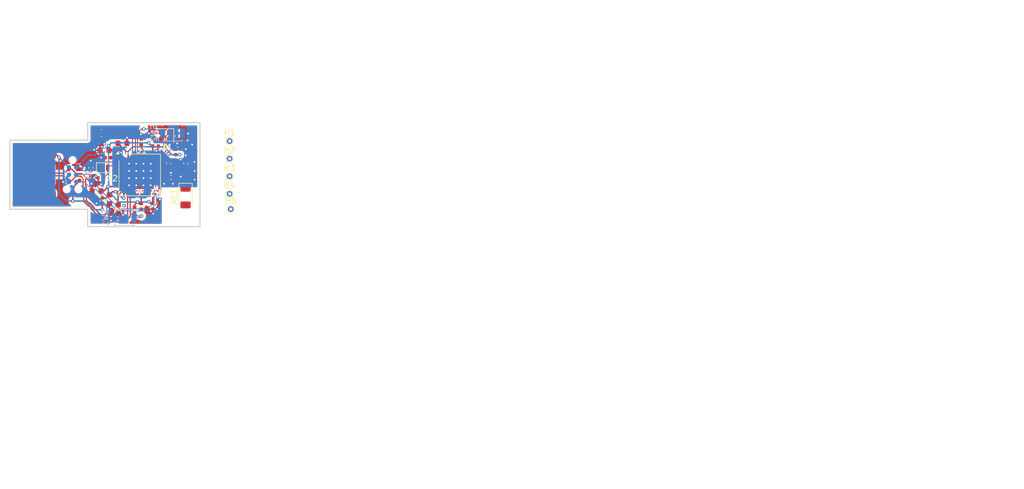
<source format=kicad_pcb>
(kicad_pcb (version 20241229) (generator "pcbnew") (generator_version "9.0")
  (layers (0 "F.Cu" signal) (4 "In1.Cu" power) (6 "In2.Cu" power) (2 "B.Cu" signal) (13 "F.Paste" user) (15 "B.Paste" user) (5 "F.SilkS" user "F.Silkscreen") (7 "B.SilkS" user "B.Silkscreen") (1 "F.Mask" user) (3 "B.Mask" user) (25 "Edge.Cuts" user))
  (net 0 "")
  (net 1 "/XC1")
  (net 2 "GND")
  (net 3 "/XC2")
  (net 4 "/DEC1")
  (net 5 "VEXT")
  (net 6 "/DEC5")
  (net 7 "/DEC4_6")
  (net 8 "/DEC3")
  (net 9 "/DEC2")
  (net 10 "/XL1")
  (net 11 "/XL2")
  (net 12 "/VBUS_nRF")
  (net 13 "/DECUSB")
  (net 14 "RESET")
  (net 15 "VBUS")
  (net 16 "Net-(D2-K)")
  (net 17 "LED_1")
  (net 18 "Net-(D3-K)")
  (net 19 "LED_2")
  (net 20 "SWDIO")
  (net 21 "SWDCLK")
  (net 22 "BTN_1")
  (net 68 "D+")
  (net 69 "D-")
  (net 70 "/ANT")
  (net 71 "/RF")
  (footprint "Capacitor_SMD:C_0402_1005Metric" (layer "F.Cu") (at 33.5 46.225 -90)
    (property "Reference" "C17" (hide yes))
    (property "Value" "12pF" (hide yes))
  )
  (footprint "TestPoint:TestPoint_THTPad_D1.0mm_Drill0.5mm" (layer "F.Cu") (at 57.6 50.75)
    (property "Reference" "H4")
    (property "Value" "SWDCLK")
  )
  (footprint "Capacitor_SMD:C_0402_1005Metric" (layer "F.Cu") (at 44.25 52.925 90)
    (property "Reference" "C8" (hide yes))
    (property "Value" "100nF" (hide yes))
  )
  (footprint "Resistor_SMD:R_0201_0603Metric" (layer "F.Cu") (at 34.68 39.6)
    (property "Reference" "R3" (hide yes))
    (property "Value" "56" (hide yes))
  )
  (footprint "Capacitor_SMD:C_0603_1608Metric" (layer "F.Cu") (at 36.75 51.7 90)
    (property "Reference" "C19" (hide yes))
    (property "Value" "4.7µF" (hide yes))
  )
  (footprint "Capacitor_SMD:C_0402_1005Metric" (layer "F.Cu") (at 50 45.475 -90)
    (property "Reference" "C4" (hide yes))
    (property "Value" "0.5pF" (hide yes))
  )
  (footprint "Capacitor_SMD:C_0402_1005Metric" (layer "F.Cu") (at 48.6 42.975)
    (property "Reference" "C11" (hide yes))
    (property "Value" "100pF" (hide yes))
  )
  (footprint "Capacitor_SMD:C_0402_1005Metric" (layer "F.Cu") (at 47 45.475 -90)
    (property "Reference" "C3" (hide yes))
    (property "Value" "0.8pF" (hide yes))
  )
  (footprint "Capacitor_SMD:C_0603_1608Metric" (layer "F.Cu") (at 35.9 43.2)
    (property "Reference" "C14" (hide yes))
    (property "Value" "1.0µF" (hide yes))
  )
  (footprint "Capacitor_SMD:C_0402_1005Metric" (layer "F.Cu") (at 36.5 44.475 180)
    (property "Reference" "C5" (hide yes))
    (property "Value" "100nF" (hide yes))
  )
  (footprint "Capacitor_SMD:C_0402_1005Metric" (layer "F.Cu") (at 48.5 40.725 90)
    (property "Reference" "C1" (hide yes))
    (property "Value" "12pF" (hide yes))
  )
  (footprint "Capacitor_SMD:C_0402_1005Metric" (layer "F.Cu") (at 44.5 40.725 90)
    (property "Reference" "C2" (hide yes))
    (property "Value" "12pF" (hide yes))
  )
  (footprint "RF_Antenna:Johanson_2450AT18x100" (layer "F.Cu") (at 49.95 51.225 -90)
    (property "Reference" "AE1")
    (property "Value" "Antenna_Chip")
  )
  (footprint "Capacitor_SMD:C_0603_1608Metric" (layer "F.Cu") (at 38.25 53.45 90)
    (property "Reference" "C20" (hide yes))
    (property "Value" "4.7µF" (hide yes))
  )
  (footprint "Capacitor_SMD:C_0402_1005Metric" (layer "F.Cu") (at 42.25 52.925 90)
    (property "Reference" "C7" (hide yes))
    (property "Value" "100nF" (hide yes))
  )
  (footprint "TestPoint:TestPoint_THTPad_D1.0mm_Drill0.5mm" (layer "F.Cu") (at 57.6 44.65)
    (property "Reference" "H2")
    (property "Value" "VEXT")
  )
  (footprint "TestPoint:TestPoint_THTPad_D1.0mm_Drill0.5mm" (layer "F.Cu") (at 57.8 53.4)
    (property "Reference" "H5")
    (property "Value" "GND")
  )
  (footprint "TestPoint:TestPoint_THTPad_D1.0mm_Drill0.5mm" (layer "F.Cu") (at 57.6 47.7)
    (property "Reference" "H3")
    (property "Value" "SWDIO")
  )
  (footprint "Resistor_SMD:R_0402_1005Metric" (layer "F.Cu") (at 41.1 53.6 -90)
    (property "Reference" "R2" (hide yes))
    (property "Value" "10k" (hide yes))
  )
  (footprint "Package_TO_SOT_SMD:SOT-143" (layer "F.Cu") (at 30.616 47.465 -90)
    (property "Reference" "D1" (hide yes))
    (property "Value" "PRTR5V0U2X" (hide yes))
  )
  (footprint "LED_SMD:LED_0402_1005Metric" (layer "F.Cu") (at 36.455 40.8)
    (property "Reference" "D3" (hide yes))
    (property "Value" "LED" (hide yes))
  )
  (footprint "Package_DFN_QFN:Nordic_AQFN-73-1EP_7x7mm_P0.5mm" (layer "F.Cu") (at 42 47.475)
    (property "Reference" "U1")
    (property "Value" "nRF52840-QIXX")
  )
  (footprint "Crystal:Crystal_SMD_2016-4Pin_2.0x1.6mm" (layer "F.Cu") (at 46.5 40.65 180)
    (property "Reference" "X1")
    (property "Value" "32MHz")
  )
  (footprint "Capacitor_SMD:C_0402_1005Metric" (layer "F.Cu") (at 47.4465 47.8975 180)
    (property "Reference" "C9" (hide yes))
    (property "Value" "820pF" (hide yes))
  )
  (footprint "Resistor_SMD:R_0402_1005Metric" (layer "F.Cu") (at 35.5 52 -90)
    (property "Reference" "R1" (hide yes))
    (property "Value" "2R2" (hide yes))
  )
  (footprint "LED_SMD:LED_0402_1005Metric" (layer "F.Cu") (at 36.48 39.6)
    (property "Reference" "D2" (hide yes))
    (property "Value" "LED" (hide yes))
  )
  (footprint "Capacitor_SMD:C_0402_1005Metric" (layer "F.Cu") (at 44.75 42.475 180)
    (property "Reference" "C12" (hide yes))
    (property "Value" "100nF" (hide yes))
  )
  (footprint "Capacitor_SMD:C_0603_1608Metric" (layer "F.Cu") (at 39 41.975 180)
    (property "Reference" "C15" (hide yes))
    (property "Value" "1.0µF" (hide yes))
  )
  (footprint "Capacitor_SMD:C_0402_1005Metric" (layer "F.Cu") (at 35.25 47.975 180)
    (property "Reference" "C18" (hide yes))
    (property "Value" "12pF" (hide yes))
  )
  (footprint "1_Library:PCB_USB_connector" (layer "F.Cu") (at 23.9465 47.3975)
    (property "Reference" "J1" (hide yes))
    (property "Value" "USB_A" (hide yes))
  )
  (footprint "Crystal:Crystal_SMD_2012-2Pin_2.0x1.2mm" (layer "F.Cu") (at 35.75 46.225)
    (property "Reference" "X2")
    (property "Value" "32.768kHz")
  )
  (footprint "Capacitor_SMD:C_0402_1005Metric" (layer "F.Cu") (at 42.25 41.725 90)
    (property "Reference" "C13" (hide yes))
    (property "Value" "N.C." (hide yes))
  )
  (footprint "Inductor_SMD:L_0402_1005Metric" (layer "F.Cu") (at 48.5 45.975)
    (property "Reference" "L1" (hide yes))
    (property "Value" "4.7nH" (hide yes))
  )
  (footprint "Resistor_SMD:R_0201_0603Metric" (layer "F.Cu") (at 34.68 40.8)
    (property "Reference" "R4" (hide yes))
    (property "Value" "56" (hide yes))
  )
  (footprint "Capacitor_SMD:C_0402_1005Metric" (layer "F.Cu") (at 48.25 44.4375 90)
    (property "Reference" "C10" (hide yes))
    (property "Value" "N.C." (hide yes))
  )
  (footprint "Capacitor_SMD:C_0603_1608Metric" (layer "F.Cu") (at 34.5 50.25)
    (property "Reference" "C6" (hide yes))
    (property "Value" "4.7µF" (hide yes))
  )
  (footprint "TestPoint:TestPoint_THTPad_D1.0mm_Drill0.5mm" (layer "F.Cu") (at 57.6 41.6)
    (property "Reference" "H1")
    (property "Value" "VBUS")
  )
  (footprint "Connector:Tag-Connect_TC2030-IDC-NL_2x03_P1.27mm_Vertical" (layer "B.Cu") (at 30.35 47.425 -90)
    (property "Reference" "J3")
    (property "Value" "TC2030")
  )
  (footprint "Button_Switch_SMD:SW_SPST_B3U-1000P" (layer "B.Cu") (at 39.3 54.9)
    (property "Reference" "SW1")
    (property "Value" "SW_Push")
  )
  (footprint "Button_Switch_SMD:SW_SPST_B3U-1000P" (layer "B.Cu") (at 47.7 40.2 180)
    (property "Reference" "SW2")
    (property "Value" "SW_Push")
  )
  (gr_poly (pts (xy 19.4625 41.4375) (xy 19.4625 53.4375) (xy 32.9625 53.4375) (xy 32.9625 56.4375) (xy 52.4625 56.4375) (xy 52.4625 38.3875) (xy 32.9625 38.3875) (xy 32.9625 41.4375)) (stroke (width 0.2)) (fill no) (layer "Edge.Cuts"))
  (segment (start 47.2 40.1) (end 48.355 40.1) (width 0.15) (layer "F.Cu") (net 1))
  (segment (start 46.524 40.776) (end 47.2 40.1) (width 0.15) (layer "F.Cu") (net 1))
  (segment (start 46.524 43.451) (end 46.524 41.6) (width 0.15) (layer "F.Cu") (net 1))
  (segment (start 46.524 41.6) (end 46.524 40.776) (width 0.15) (layer "F.Cu") (net 1))
  (segment (start 48.355 40.1) (end 48.5 40.245) (width 0.15) (layer "F.Cu") (net 1))
  (segment (start 45.25 44.725) (end 46.524 43.451) (width 0.15) (layer "F.Cu") (net 1))
  (segment (start 32.135 46.465) (end 32.4 46.2) (width 0.25) (layer "F.Cu") (net 2))
  (segment (start 45.9215 46.0735) (end 44.8485 46.0735) (width 0.145) (layer "F.Cu") (net 2))
  (segment (start 39.775 41.975) (end 39.775 41.025) (width 0.25) (layer "F.Cu") (net 2))
  (segment (start 48.9825 44.9175) (end 49.1 44.8) (width 0.145) (layer "F.Cu") (net 2))
  (segment (start 33.725 49.125) (end 33.6 49) (width 0.25) (layer "F.Cu") (net 2))
  (segment (start 34.125 47.975) (end 34.1 47.95) (width 0.25) (layer "F.Cu") (net 2))
  (segment (start 48.25 44.9175) (end 48.9825 44.9175) (width 0.145) (layer "F.Cu") (net 2))
  (segment (start 45.23 42.931827) (end 44.874999 43.286828) (width 0.25) (layer "F.Cu") (net 2))
  (segment (start 44.8485 46.0735) (end 44.75 45.975) (width 0.145) (layer "F.Cu") (net 2))
  (segment (start 45.2 39.5) (end 45.8 40.1) (width 0.25) (layer "F.Cu") (net 2))
  (segment (start 33.5 45.745) (end 33.5 45) (width 0.25) (layer "F.Cu") (net 2))
  (segment (start 35.3 44.475) (end 35.77 44.475) (width 0.25) (layer "F.Cu") (net 2))
  (segment (start 40.5 45.975) (end 42 47.475) (width 0.25) (layer "F.Cu") (net 2))
  (segment (start 31.366 46.465) (end 32.135 46.465) (width 0.25) (layer "F.Cu") (net 2))
  (segment (start 43.604998 40.245) (end 43.599998 40.25) (width 0.25) (layer "F.Cu") (net 2))
  (segment (start 40.5 44.725) (end 40.5 45.975) (width 0.25) (layer "F.Cu") (net 2))
  (segment (start 45.8 40.175) (end 45.675 40.175) (width 0.25) (layer "F.Cu") (net 2))
  (segment (start 47.2 42.25) (end 47.2 42.399) (width 0.25) (layer "F.Cu") (net 2))
  (segment (start 42.25 40.45) (end 42.2 40.4) (width 0.25) (layer "F.Cu") (net 2))
  (segment (start 42.25 41.245) (end 42.25 40.45) (width 0.25) (layer "F.Cu") (net 2))
  (segment (start 47.2 42.25) (end 47.2 41.2) (width 0.25) (layer "F.Cu") (net 2))
  (segment (start 43.5 45.975) (end 42 47.475) (width 0.25) (layer "F.Cu") (net 2))
  (segment (start 39.775 41.025) (end 39.8 41) (width 0.25) (layer "F.Cu") (net 2))
  (segment (start 47 44.995) (end 45.9215 46.0735) (width 0.145) (layer "F.Cu") (net 2))
  (segment (start 45 39.5) (end 45.2 39.5) (width 0.25) (layer "F.Cu") (net 2))
  (segment (start 44.5 40.245) (end 43.604998 40.245) (width 0.25) (layer "F.Cu") (net 2))
  (segment (start 45.23 42.475) (end 45.23 42.931827) (width 0.25) (layer "F.Cu") (net 2))
  (segment (start 34.77 47.975) (end 34.125 47.975) (width 0.25) (layer "F.Cu") (net 2))
  (segment (start 33.725 50.25) (end 33.725 49.125) (width 0.25) (layer "F.Cu") (net 2))
  (segment (start 44.75 45.975) (end 43.5 45.975) (width 0.25) (layer "F.Cu") (net 2))
  (via (at 43.9 45.525) (size 0.6) (drill 0.3) (layers "F.Cu" "B.Cu") (net 2))
  (via (at 45 39.5) (size 0.6) (drill 0.3) (layers "F.Cu" "B.Cu") (net 2))
  (via (at 34.1 47.95) (size 0.6) (drill 0.3) (layers "F.Cu" "B.Cu") (net 2))
  (via (at 35.3 44.475) (size 0.6) (drill 0.3) (layers "F.Cu" "B.Cu") (net 2))
  (via (at 42.65 48.025) (size 0.6) (drill 0.3) (layers "F.Cu" "B.Cu") (net 2))
  (via (at 41.4 49.275) (size 0.6) (drill 0.3) (layers "F.Cu" "B.Cu") (net 2))
  (via (at 44.350002 54.2) (size 0.6) (drill 0.3) (layers "F.Cu" "B.Cu") (net 2))
  (via (at 45.5 51.7) (size 0.6) (drill 0.3) (layers "F.Cu" "B.Cu") (net 2))
  (via (at 49.12175 47.75) (size 0.6) (drill 0.3) (layers "F.Cu" "B.Cu") (net 2))
  (via (at 35.3 49.1) (size 0.6) (drill 0.3) (layers "F.Cu" "B.Cu") (net 2))
  (via (at 51.526001 46.785548) (size 0.6) (drill 0.3) (layers "F.Cu" "B.Cu") (net 2))
  (via (at 41.4 46.775) (size 0.6) (drill 0.3) (layers "F.Cu" "B.Cu") (net 2))
  (via (at 43.9 49.275) (size 0.6) (drill 0.3) (layers "F.Cu" "B.Cu") (net 2))
  (via (at 33.6 49) (size 0.6) (drill 0.3) (layers "F.Cu" "B.Cu") (net 2))
  (via (at 42.65 49.275) (size 0.6) (drill 0.3) (layers "F.Cu" "B.Cu") (net 2))
  (via (at 51.526001 48.285548) (size 0.6) (drill 0.3) (layers "F.Cu" "B.Cu") (net 2))
  (via (at 40.15 46.775) (size 0.6) (drill 0.3) (layers "F.Cu" "B.Cu") (net 2))
  (via (at 47.75 49) (size 0.6) (drill 0.3) (layers "F.Cu" "B.Cu") (net 2))
  (via (at 40.15 45.525) (size 0.6) (drill 0.3) (layers "F.Cu" "B.Cu") (net 2))
  (via (at 36.3 54.5) (size 0.6) (drill 0.3) (layers "F.Cu" "B.Cu") (net 2))
  (via (at 33.5 45) (size 0.6) (drill 0.3) (layers "F.Cu" "B.Cu") (net 2))
  (via (at 51.5 45.2) (size 0.6) (drill 0.3) (layers "F.Cu" "B.Cu") (net 2))
  (via (at 40.15 48.025) (size 0.6) (drill 0.3) (layers "F.Cu" "B.Cu") (net 2))
  (via (at 36.5 53.4) (size 0.6) (drill 0.3) (layers "F.Cu" "B.Cu") (net 2))
  (via (at 47.4 47.1) (size 0.6) (drill 0.3) (layers "F.Cu" "B.Cu") (net 2))
  (via (at 50 44.1) (size 0.6) (drill 0.3) (layers "F.Cu" "B.Cu") (net 2))
  (via (at 38.8 43.6) (size 0.6) (drill 0.3) (layers "F.Cu" "B.Cu") (net 2))
  (via (at 44.874999 43.286828) (size 0.6) (drill 0.3) (layers "F.Cu" "B.Cu") (net 2))
  (via (at 40.15 49.275) (size 0.6) (drill 0.3) (layers "F.Cu" "B.Cu") (net 2))
  (via (at 35.864682 42.084864) (size 0.6) (drill 0.3) (layers "F.Cu" "B.Cu") (net 2))
  (via (at 48.5 42) (size 0.6) (drill 0.3) (layers "F.Cu" "B.Cu") (net 2))
  (via (at 50 43) (size 0.6) (drill 0.3) (layers "F.Cu" "B.Cu") (net 2))
  (via (at 45 53.4) (size 0.6) (drill 0.3) (layers "F.Cu" "B.Cu") (net 2))
  (via (at 32.4 46.2) (size 0.6) (drill 0.3) (layers "F.Cu" "B.Cu") (net 2))
  (via (at 50.4 40.3) (size 0.6) (drill 0.3) (layers "F.Cu" "B.Cu") (net 2))
  (via (at 42.65 46.775) (size 0.6) (drill 0.3) (layers "F.Cu" "B.Cu") (net 2))
  (via (at 34.1 43.1) (size 0.6) (drill 0.3) (layers "F.Cu" "B.Cu") (net 2))
  (via (at 42.65 45.525) (size 0.6) (drill 0.3) (layers "F.Cu" "B.Cu") (net 2))
  (via (at 39.3 52.8) (size 0.6) (drill 0.3) (layers "F.Cu" "B.Cu") (net 2))
  (via (at 43.9 48.025) (size 0.6) (drill 0.3) (layers "F.Cu" "B.Cu") (net 2))
  (via (at 41.4 48.025) (size 0.6) (drill 0.3) (layers "F.Cu" "B.Cu") (net 2))
  (via (at 43.599998 40.25) (size 0.6) (drill 0.3) (layers "F.Cu" "B.Cu") (net 2))
  (via (at 42.2 40.4) (size 0.6) (drill 0.3) (layers "F.Cu" "B.Cu") (net 2))
  (via (at 51.1 42.2) (size 0.6) (drill 0.3) (layers "F.Cu" "B.Cu") (net 2))
  (via (at 43.9 46.775) (size 0.6) (drill 0.3) (layers "F.Cu" "B.Cu") (net 2))
  (via (at 39.100707 54.400707) (size 0.6) (drill 0.3) (layers "F.Cu" "B.Cu") (net 2))
  (via (at 46.25 49) (size 0.6) (drill 0.3) (layers "F.Cu" "B.Cu") (net 2))
  (via (at 41.4 45.525) (size 0.6) (drill 0.3) (layers "F.Cu" "B.Cu") (net 2))
  (via (at 47.2 42.25) (size 0.6) (drill 0.3) (layers "F.Cu" "B.Cu") (net 2))
  (via (at 34.5 52.4) (size 0.6) (drill 0.3) (layers "F.Cu" "B.Cu") (net 2))
  (via (at 50.3 41.5) (size 0.6) (drill 0.3) (layers "F.Cu" "B.Cu") (net 2))
  (via (at 28.7 48.7) (size 0.6) (drill 0.3) (layers "F.Cu" "B.Cu") (net 2))
  (via (at 49.1 44.8) (size 0.6) (drill 0.3) (layers "F.Cu" "B.Cu") (net 2))
  (via (at 39.8 41) (size 0.6) (drill 0.3) (layers "F.Cu" "B.Cu") (net 2))
  (segment (start 49.4 40.6) (end 50.3 41.5) (width 0.145) (layer "B.Cu") (net 2))
  (segment (start 29.715 48.695) (end 28.705 48.695) (width 0.25) (layer "B.Cu") (net 2))
  (segment (start 29.715 47.685) (end 28.7 48.7) (width 0.25) (layer "B.Cu") (net 2))
  (segment (start 29.715 47.425) (end 29.715 47.685) (width 0.25) (layer "B.Cu") (net 2))
  (segment (start 49.4 40.2) (end 49.4 40.6) (width 0.145) (layer "B.Cu") (net 2))
  (segment (start 36.7 54.9) (end 36.3 54.5) (width 0.25) (layer "B.Cu") (net 2))
  (segment (start 28.705 48.695) (end 28.7 48.7) (width 0.25) (layer "B.Cu") (net 2))
  (segment (start 37.6 54.9) (end 36.7 54.9) (width 0.25) (layer "B.Cu") (net 2))
  (segment (start 46.173 41.573) (end 45.8 41.2) (width 0.15) (layer "F.Cu") (net 3))
  (segment (start 45.795 41.205) (end 45.8 41.2) (width 0.15) (layer "F.Cu") (net 3))
  (segment (start 46.173 42) (end 46.173 41.573) (width 0.15) (layer "F.Cu") (net 3))
  (segment (start 44.5 41.205) (end 45.795 41.205) (width 0.15) (layer "F.Cu") (net 3))
  (segment (start 46.173 42.802) (end 46.173 42) (width 0.15) (layer "F.Cu") (net 3))
  (segment (start 44.75 44.225) (end 46.173 42.802) (width 0.15) (layer "F.Cu") (net 3))
  (segment (start 44.57 41.275) (end 44.5 41.205) (width 0.15) (layer "F.Cu") (net 3))
  (segment (start 38.573224 45.225) (end 38.75 45.225) (width 0.25) (layer "F.Cu") (net 4))
  (segment (start 36.98 44.475) (end 37.823224 44.475) (width 0.25) (layer "F.Cu") (net 4))
  (segment (start 37.823224 44.475) (end 38.573224 45.225) (width 0.25) (layer "F.Cu") (net 4))
  (segment (start 41.1 52.674) (end 41.6 52.174) (width 0.25) (layer "F.Cu") (net 5))
  (segment (start 44.25 44.225) (end 44.25 42.495) (width 0.25) (layer "F.Cu") (net 5))
  (segment (start 41.871 52.445) (end 41.6 52.174) (width 0.25) (layer "F.Cu") (net 5))
  (segment (start 42.25 50.725) (end 42.25 52.445) (width 0.25) (layer "F.Cu") (net 5))
  (segment (start 44.25 51.464702) (end 44.25 52.445) (width 0.25) (layer "F.Cu") (net 5))
  (segment (start 38.475 49.5) (end 38.75 49.225) (width 0.25) (layer "F.Cu") (net 5))
  (segment (start 36.525 49.5) (end 38.475 49.5) (width 0.25) (layer "F.Cu") (net 5))
  (segment (start 44.75 50.725) (end 44.75 50.964702) (width 0.25) (layer "F.Cu") (net 5))
  (segment (start 35.775 50.25) (end 36.525 49.5) (width 0.25) (layer "F.Cu") (net 5))
  (segment (start 37.225 43.2) (end 36.675 43.2) (width 0.25) (layer "F.Cu") (net 5))
  (segment (start 44.75 50.964702) (end 44.25 51.464702) (width 0.25) (layer "F.Cu") (net 5))
  (segment (start 41.1 53.09) (end 41.1 52.674) (width 0.25) (layer "F.Cu") (net 5))
  (segment (start 44.25 42.495) (end 44.27 42.475) (width 0.25) (layer "F.Cu") (net 5))
  (segment (start 36.675 42.475) (end 36.6 42.4) (width 0.25) (layer "F.Cu") (net 5))
  (segment (start 43.945 52.445) (end 43.6 52.1) (width 0.25) (layer "F.Cu") (net 5))
  (segment (start 35.275 50.25) (end 35.775 50.25) (width 0.25) (layer "F.Cu") (net 5))
  (segment (start 42.25 52.445) (end 41.871 52.445) (width 0.25) (layer "F.Cu") (net 5))
  (segment (start 43.55 41.9) (end 44.060958 42.475) (width 0.25) (layer "F.Cu") (net 5))
  (segment (start 44.060958 42.475) (end 44.27 42.475) (width 0.25) (layer "F.Cu") (net 5))
  (segment (start 36.675 43.2) (end 36.675 42.475) (width 0.25) (layer "F.Cu") (net 5))
  (segment (start 38.75 44.725) (end 37.225 43.2) (width 0.25) (layer "F.Cu") (net 5))
  (segment (start 44.25 52.445) (end 43.945 52.445) (width 0.25) (layer "F.Cu") (net 5))
  (via (at 43.6 52.1) (size 0.6) (drill 0.3) (layers "F.Cu" "B.Cu") (net 5))
  (via (at 43.55 41.9) (size 0.6) (drill 0.3) (layers "F.Cu" "B.Cu") (net 5))
  (via (at 36.525 49.5) (size 0.6) (drill 0.3) (layers "F.Cu" "B.Cu") (net 5))
  (via (at 41.6 52.174) (size 0.6) (drill 0.3) (layers "F.Cu" "B.Cu") (net 5))
  (via (at 36.6 42.4) (size 0.6) (drill 0.3) (layers "F.Cu" "B.Cu") (net 5))
  (segment (start 43.448 52.1) (end 43.374 52.174) (width 0.25) (layer "B.Cu") (net 5))
  (segment (start 41.6 52.174) (end 41.5 52.174) (width 0.25) (layer "B.Cu") (net 5))
  (segment (start 36.525 49.5) (end 36.525 50.325) (width 0.25) (layer "B.Cu") (net 5))
  (segment (start 43.374 52.174) (end 41.6 52.174) (width 0.25) (layer "B.Cu") (net 5))
  (segment (start 36.525 50.325) (end 38.3 52.1) (width 0.25) (layer "B.Cu") (net 5))
  (segment (start 36.6 42.4) (end 37.1 41.9) (width 0.25) (layer "B.Cu") (net 5))
  (segment (start 43.6 52.1) (end 43.448 52.1) (width 0.25) (layer "B.Cu") (net 5))
  (segment (start 34.25 44) (end 35.5 42.75) (width 0.25) (layer "B.Cu") (net 5))
  (segment (start 36.525 49.5) (end 36.525 49.375) (width 0.25) (layer "B.Cu") (net 5))
  (segment (start 36.525 49.375) (end 36.6 49.3) (width 0.25) (layer "B.Cu") (net 5))
  (segment (start 38.374 52.174) (end 41.6 52.174) (width 0.25) (layer "B.Cu") (net 5))
  (segment (start 36.25 42.75) (end 36.6 42.4) (width 0.25) (layer "B.Cu") (net 5))
  (segment (start 35.5 42.75) (end 36.25 42.75) (width 0.25) (layer "B.Cu") (net 5))
  (segment (start 38.3 52.1) (end 38.374 52.174) (width 0.25) (layer "B.Cu") (net 5))
  (segment (start 30.985 46.155) (end 33.14 44) (width 0.25) (layer "B.Cu") (net 5))
  (segment (start 36.6 49.3) (end 36.6 42.4) (width 0.25) (layer "B.Cu") (net 5))
  (segment (start 37.1 41.9) (end 43.55 41.9) (width 0.25) (layer "B.Cu") (net 5))
  (segment (start 33.14 44) (end 34.25 44) (width 0.25) (layer "B.Cu") (net 5))
  (segment (start 46.1725 47.8975) (end 46 47.725) (width 0.25) (layer "F.Cu") (net 6))
  (segment (start 46.9665 47.8975) (end 46.1725 47.8975) (width 0.25) (layer "F.Cu") (net 6))
  (segment (start 45.25 47.725) (end 46 47.725) (width 0.25) (layer "F.Cu") (net 6))
  (segment (start 48.9425 43.9575) (end 48.95 43.95) (width 0.25) (layer "F.Cu") (net 7))
  (segment (start 45.371342 45.725) (end 47.138842 43.9575) (width 0.145) (layer "F.Cu") (net 7))
  (segment (start 45.25 45.725) (end 45.371342 45.725) (width 0.145) (layer "F.Cu") (net 7))
  (segment (start 39.75 43.65) (end 39.75 43.5) (width 0.25) (layer "F.Cu") (net 7))
  (segment (start 40 43.9) (end 39.75 43.65) (width 0.25) (layer "F.Cu") (net 7))
  (segment (start 39.75 43.5) (end 38.225 41.975) (width 0.25) (layer "F.Cu") (net 7))
  (segment (start 40 44.725) (end 40 43.9) (width 0.25) (layer "F.Cu") (net 7))
  (segment (start 47.138842 43.9575) (end 48.25 43.9575) (width 0.145) (layer "F.Cu") (net 7))
  (segment (start 48.25 43.9575) (end 48.9425 43.9575) (width 0.25) (layer "F.Cu") (net 7))
  (via (at 39.75 43.65) (size 0.6) (drill 0.3) (layers "F.Cu" "B.Cu") (net 7))
  (via (at 48.95 43.95) (size 0.6) (drill 0.3) (layers "F.Cu" "B.Cu") (net 7))
  (segment (start 48.95 43.95) (end 47.55 43.95) (width 0.25) (layer "B.Cu") (net 7))
  (segment (start 46.2 42.6) (end 40.8 42.6) (width 0.25) (layer "B.Cu") (net 7))
  (segment (start 47.55 43.95) (end 46.2 42.6) (width 0.25) (layer "B.Cu") (net 7))
  (segment (start 40.8 42.6) (end 39.75 43.65) (width 0.25) (layer "B.Cu") (net 7))
  (segment (start 44.75 45.475) (end 44.996388 45.475) (width 0.15) (layer "F.Cu") (net 8))
  (segment (start 47.496388 42.975) (end 48.12 42.975) (width 0.15) (layer "F.Cu") (net 8))
  (segment (start 44.996388 45.475) (end 47.496388 42.975) (width 0.15) (layer "F.Cu") (net 8))
  (segment (start 43.25 43.75) (end 42.25 42.75) (width 0.25) (layer "F.Cu") (net 9))
  (segment (start 43.25 44.225) (end 43.25 43.75) (width 0.25) (layer "F.Cu") (net 9))
  (segment (start 42.25 42.75) (end 42.25 42.205) (width 0.25) (layer "F.Cu") (net 9))
  (segment (start 34.57 46.705) (end 33.5 46.705) (width 0.145) (layer "F.Cu") (net 10))
  (segment (start 39.1515 45.5735) (end 38.0735 45.5735) (width 0.145) (layer "F.Cu") (net 10))
  (segment (start 38.0735 45.5735) (end 37.75 45.25) (width 0.145) (layer "F.Cu") (net 10))
  (segment (start 35.05 46.225) (end 34.57 46.705) (width 0.145) (layer "F.Cu") (net 10))
  (segment (start 37.75 45.25) (end 36.025 45.25) (width 0.145) (layer "F.Cu") (net 10))
  (segment (start 36.025 45.25) (end 35.05 46.225) (width 0.145) (layer "F.Cu") (net 10))
  (segment (start 39.25 45.475) (end 39.1515 45.5735) (width 0.145) (layer "F.Cu") (net 10))
  (segment (start 39.25 45.975) (end 39.1515 45.8765) (width 0.145) (layer "F.Cu") (net 11))
  (segment (start 36.45 46.225) (end 36.45 47.255) (width 0.145) (layer "F.Cu") (net 11))
  (segment (start 39.1515 45.8765) (end 36.7985 45.8765) (width 0.145) (layer "F.Cu") (net 11))
  (segment (start 36.7985 45.8765) (end 36.45 46.225) (width 0.145) (layer "F.Cu") (net 11))
  (segment (start 36.45 47.255) (end 35.73 47.975) (width 0.145) (layer "F.Cu") (net 11))
  (segment (start 37.275 50.4) (end 36.75 50.925) (width 0.25) (layer "F.Cu") (net 12))
  (segment (start 36.185 51.49) (end 36.75 50.925) (width 0.25) (layer "F.Cu") (net 12))
  (segment (start 38.21281 50.4) (end 39.13781 49.475) (width 0.25) (layer "F.Cu") (net 12))
  (segment (start 39.25 50.725) (end 39.25 51.5) (width 0.25) (layer "F.Cu") (net 12))
  (segment (start 39.13781 49.475) (end 39.25 49.475) (width 0.25) (layer "F.Cu") (net 12))
  (segment (start 37.8 50.4) (end 37.275 50.4) (width 0.25) (layer "F.Cu") (net 12))
  (segment (start 37.8 50.4) (end 38.21281 50.4) (width 0.25) (layer "F.Cu") (net 12))
  (segment (start 35.5 51.49) (end 36.185 51.49) (width 0.25) (layer "F.Cu") (net 12))
  (via (at 39.25 51.5) (size 0.6) (drill 0.3) (layers "F.Cu" "B.Cu") (net 12))
  (via (at 37.8 50.4) (size 0.6) (drill 0.3) (layers "F.Cu" "B.Cu") (net 12))
  (segment (start 39 51.5) (end 39.25 51.5) (width 0.25) (layer "B.Cu") (net 12))
  (segment (start 37.8 50.4) (end 39 51.5) (width 0.25) (layer "B.Cu") (net 12))
  (segment (start 39.899 50.326) (end 39 50.326) (width 0.15) (layer "F.Cu") (net 13))
  (segment (start 38.25 52.675) (end 38.25 51) (width 0.25) (layer "F.Cu") (net 13))
  (segment (start 38.25 51) (end 38.625 50.625) (width 0.25) (layer "F.Cu") (net 13))
  (segment (start 38.924 50.326) (end 38.625 50.625) (width 0.15) (layer "F.Cu") (net 13))
  (segment (start 39.3 50.326) (end 39.05 50.326) (width 0.15) (layer "F.Cu") (net 13))
  (segment (start 39 50.326) (end 38.974 50.326) (width 0.15) (layer "F.Cu") (net 13))
  (segment (start 40 50.225) (end 39.899 50.326) (width 0.15) (layer "F.Cu") (net 13))
  (segment (start 38.974 50.326) (end 38.924 50.326) (width 0.15) (layer "F.Cu") (net 13))
  (segment (start 39.3 50.326) (end 39 50.326) (width 0.15) (layer "F.Cu") (net 13))
  (segment (start 39.05 50.326) (end 38.974 50.326) (width 0.15) (layer "F.Cu") (net 13))
  (segment (start 41.59 54.6) (end 41.1 54.11) (width 0.15) (layer "F.Cu") (net 14))
  (segment (start 42.3 54.6) (end 41.59 54.6) (width 0.15) (layer "F.Cu") (net 14))
  (via (at 42.3 54.6) (size 0.6) (drill 0.3) (layers "F.Cu" "B.Cu") (net 14))
  (via (at 42 50.225) (size 0.4) (drill 0.3) (layers "F.Cu" "B.Cu") (net 14))
  (segment (start 42 54.9) (end 42.3 54.6) (width 0.15) (layer "B.Cu") (net 14))
  (segment (start 41 54.9) (end 42 54.9) (width 0.15) (layer "B.Cu") (net 14))
  (segment (start 30.4 49.631) (end 30.4 52) (width 0.25) (layer "F.Cu") (net 15))
  (segment (start 27.2075 43.6475) (end 23.9465 43.6475) (width 0.25) (layer "F.Cu") (net 15))
  (segment (start 31.566 48.465) (end 30.4 49.631) (width 0.25) (layer "F.Cu") (net 15))
  (segment (start 35.5 52.51) (end 35.5 53.5) (width 0.25) (layer "F.Cu") (net 15))
  (segment (start 28 44.44) (end 27.2075 43.6475) (width 0.25) (layer "F.Cu") (net 15))
  (via (at 30.4 52) (size 0.6) (drill 0.3) (layers "F.Cu" "B.Cu") (net 15))
  (via (at 35.5 53.5) (size 0.6) (drill 0.3) (layers "F.Cu" "B.Cu") (net 15))
  (via (at 28 44.44) (size 0.6) (drill 0.3) (layers "F.Cu" "B.Cu") (net 15))
  (segment (start 32.6 52) (end 31.4 52) (width 0.25) (layer "B.Cu") (net 15))
  (segment (start 30.4 52) (end 31.4 52) (width 0.25) (layer "B.Cu") (net 15))
  (segment (start 28 44.44) (end 28 47) (width 0.25) (layer "B.Cu") (net 15))
  (segment (start 35.5 53.5) (end 34.1 53.5) (width 0.25) (layer "B.Cu") (net 15))
  (segment (start 34.1 53.5) (end 32.6 52) (width 0.25) (layer "B.Cu") (net 15))
  (segment (start 28 50.75) (end 29.25 52) (width 0.25) (layer "B.Cu") (net 15))
  (segment (start 28 47) (end 28 50.75) (width 0.25) (layer "B.Cu") (net 15))
  (segment (start 29.25 52) (end 29.6 52) (width 0.25) (layer "B.Cu") (net 15))
  (segment (start 29.715 46.155) (end 28 44.44) (width 0.25) (layer "B.Cu") (net 15))
  (segment (start 29.6 52) (end 30.4 52) (width 0.25) (layer "B.Cu") (net 15))
  (segment (start 35 39.6) (end 35.995 39.6) (width 0.15) (layer "F.Cu") (net 16))
  (segment (start 41.25 40.55) (end 41.25 44.225) (width 0.15) (layer "F.Cu") (net 17))
  (segment (start 36.965 39.6) (end 40.3 39.6) (width 0.15) (layer "F.Cu") (net 17))
  (segment (start 40.3 39.6) (end 41.25 40.55) (width 0.15) (layer "F.Cu") (net 17))
  (segment (start 34.975 40.8) (end 35.97 40.8) (width 0.15) (layer "F.Cu") (net 18))
  (segment (start 40.75 44.225) (end 40.75 40.75) (width 0.15) (layer "F.Cu") (net 19))
  (segment (start 40 40) (end 38.8 40) (width 0.15) (layer "F.Cu") (net 19))
  (segment (start 40.75 40.75) (end 40 40) (width 0.15) (layer "F.Cu") (net 19))
  (segment (start 38.8 40) (end 38 40.8) (width 0.15) (layer "F.Cu") (net 19))
  (segment (start 36.94 40.8) (end 38 40.8) (width 0.15) (layer "F.Cu") (net 19))
  (segment (start 44.759524 50.002931) (end 45.019048 50.262455) (width 0.15) (layer "F.Cu") (net 20))
  (segment (start 45.212545 50.262455) (end 45.25 50.225) (width 0.15) (layer "F.Cu") (net 20))
  (segment (start 45.019048 50.262455) (end 45.212545 50.262455) (width 0.15) (layer "F.Cu") (net 20))
  (via (at 44.759524 50.002931) (size 0.4) (drill 0.3) (layers "F.Cu" "B.Cu") (net 20))
  (segment (start 38.476 53.376) (end 34.724 49.624) (width 0.15) (layer "B.Cu") (net 20))
  (segment (start 43.324 53.376) (end 38.476 53.376) (width 0.15) (layer "B.Cu") (net 20))
  (segment (start 44.5 50.262455) (end 44.5 52.2) (width 0.15) (layer "B.Cu") (net 20))
  (segment (start 31.036 47.374) (end 30.985 47.425) (width 0.15) (layer "B.Cu") (net 20))
  (segment (start 44.759524 50.002931) (end 44.5 50.262455) (width 0.15) (layer "B.Cu") (net 20))
  (segment (start 34.724 47.759412) (end 34.338588 47.374) (width 0.15) (layer "B.Cu") (net 20))
  (segment (start 44.5 52.2) (end 43.324 53.376) (width 0.15) (layer "B.Cu") (net 20))
  (segment (start 34.338588 47.374) (end 31.036 47.374) (width 0.15) (layer "B.Cu") (net 20))
  (segment (start 34.724 49.624) (end 34.724 47.759412) (width 0.15) (layer "B.Cu") (net 20))
  (segment (start 45.601 50.076) (end 45.25 49.725) (width 0.15) (layer "F.Cu") (net 21))
  (segment (start 45.601 50.599) (end 45.601 50.076) (width 0.15) (layer "F.Cu") (net 21))
  (segment (start 45.475 50.725) (end 45.601 50.599) (width 0.15) (layer "F.Cu") (net 21))
  (via (at 45.475 50.725) (size 0.4) (drill 0.3) (layers "F.Cu" "B.Cu") (net 21))
  (segment (start 34.4 50) (end 33.7 50) (width 0.15) (layer "B.Cu") (net 21))
  (segment (start 44.9 51.3) (end 44.9 52.5) (width 0.15) (layer "B.Cu") (net 21))
  (segment (start 38.127 53.727) (end 34.4 50) (width 0.15) (layer "B.Cu") (net 21))
  (segment (start 33.7 50) (end 32.395 48.695) (width 0.15) (layer "B.Cu") (net 21))
  (segment (start 44.9 52.5) (end 43.673 53.727) (width 0.15) (layer "B.Cu") (net 21))
  (segment (start 32.395 48.695) (end 30.985 48.695) (width 0.15) (layer "B.Cu") (net 21))
  (segment (start 43.673 53.727) (end 38.127 53.727) (width 0.15) (layer "B.Cu") (net 21))
  (segment (start 45.475 50.725) (end 44.9 51.3) (width 0.15) (layer "B.Cu") (net 21))
  (segment (start 42.285412 39.5) (end 42.7 39.5) (width 0.15) (layer "F.Cu") (net 22))
  (segment (start 41.624 40.161412) (end 42.285412 39.5) (width 0.15) (layer "F.Cu") (net 22))
  (segment (start 41.75 44.225) (end 41.624 44.099) (width 0.15) (layer "F.Cu") (net 22))
  (segment (start 41.624 44.099) (end 41.624 40.161412) (width 0.15) (layer "F.Cu") (net 22))
  (via (at 42.7 39.5) (size 0.6) (drill 0.3) (layers "F.Cu" "B.Cu") (net 22))
  (segment (start 42.7 39.5) (end 44.185412 39.5) (width 0.15) (layer "B.Cu") (net 22))
  (segment (start 44.885412 40.2) (end 46 40.2) (width 0.15) (layer "B.Cu") (net 22))
  (segment (start 44.185412 39.5) (end 44.885412 40.2) (width 0.15) (layer "B.Cu") (net 22))
  (segment (start 32.167 49.602397) (end 32.167 48.074032) (width 0.2) (layer "F.Cu") (net 68))
  (segment (start 40.35098 51.114669) (end 40.35098 54.635331) (width 0.2) (layer "F.Cu") (net 68))
  (segment (start 32.167 48.074032) (end 31.782968 47.69) (width 0.2) (layer "F.Cu") (net 68))
  (segment (start 40.25 50.725) (end 40.225001 50.749999) (width 0.2) (layer "F.Cu") (net 68))
  (segment (start 33.5635 53.354394) (end 33.5635 53.188558) (width 0.2) (layer "F.Cu") (net 68))
  (segment (start 33.211442 52.8365) (end 33.045606 52.8365) (width 0.2) (layer "F.Cu") (net 68))
  (segment (start 33.045606 52.8365) (end 32.275 52.065894) (width 0.2) (layer "F.Cu") (net 68))
  (segment (start 40.225001 54.76131) (end 40.225001 54.843197) (width 0.2) (layer "F.Cu") (net 68))
  (segment (start 26.9715 47.6225) (end 28.8235 47.6225) (width 0.2) (layer "F.Cu") (net 68))
  (segment (start 40.225001 50.98869) (end 40.35098 51.114669) (width 0.2) (layer "F.Cu") (net 68))
  (segment (start 23.9465 48.3975) (end 26.1965 48.3975) (width 0.2) (layer "F.Cu") (net 68))
  (segment (start 32.275 49.710397) (end 32.167 49.602397) (width 0.2) (layer "F.Cu") (net 68))
  (segment (start 30.966001 47.69) (end 30.191001 48.465) (width 0.2) (layer "F.Cu") (net 68))
  (segment (start 40.225001 54.843197) (end 39.443198 55.625) (width 0.2) (layer "F.Cu") (net 68))
  (segment (start 35.834106 55.625) (end 33.5635 53.354394) (width 0.2) (layer "F.Cu") (net 68))
  (segment (start 32.275 52.065894) (end 32.275 49.710397) (width 0.2) (layer "F.Cu") (net 68))
  (segment (start 30.191001 48.465) (end 29.666 48.465) (width 0.2) (layer "F.Cu") (net 68))
  (segment (start 40.35098 54.635331) (end 40.225001 54.76131) (width 0.2) (layer "F.Cu") (net 68))
  (segment (start 33.5635 53.188558) (end 33.211442 52.8365) (width 0.2) (layer "F.Cu") (net 68))
  (segment (start 40.225001 50.749999) (end 40.225001 50.98869) (width 0.2) (layer "F.Cu") (net 68))
  (segment (start 26.1965 48.3975) (end 26.9715 47.6225) (width 0.2) (layer "F.Cu") (net 68))
  (segment (start 39.443198 55.625) (end 35.834106 55.625) (width 0.2) (layer "F.Cu") (net 68))
  (segment (start 28.8235 47.6225) (end 29.666 48.465) (width 0.2) (layer "F.Cu") (net 68))
  (segment (start 31.782968 47.69) (end 30.966001 47.69) (width 0.2) (layer "F.Cu") (net 68))
  (segment (start 33.39783 52.38652) (end 33.232022 52.38652) (width 0.2) (layer "F.Cu") (net 69))
  (segment (start 36.020502 55.175) (end 34.01348 53.167978) (width 0.2) (layer "F.Cu") (net 69))
  (segment (start 28.9585 47.1725) (end 29.666 46.465) (width 0.2) (layer "F.Cu") (net 69))
  (segment (start 32.725 51.879498) (end 32.725 49.524) (width 0.2) (layer "F.Cu") (net 69))
  (segment (start 32.61698 47.887644) (end 31.969336 47.24) (width 0.2) (layer "F.Cu") (net 69))
  (segment (start 30.565 46.838999) (end 30.191001 46.465) (width 0.2) (layer "F.Cu") (net 69))
  (segment (start 31.969336 47.24) (end 30.962986 47.24) (width 0.2) (layer "F.Cu") (net 69))
  (segment (start 23.9465 46.3975) (end 26.1965 46.3975) (width 0.2) (layer "F.Cu") (net 69))
  (segment (start 39.75 50.725) (end 39.774999 50.749999) (width 0.2) (layer "F.Cu") (net 69))
  (segment (start 39.774999 54.574944) (end 39.774999 54.656803) (width 0.2) (layer "F.Cu") (net 69))
  (segment (start 39.901 54.448943) (end 39.774999 54.574944) (width 0.2) (layer "F.Cu") (net 69))
  (segment (start 30.191001 46.465) (end 29.666 46.465) (width 0.2) (layer "F.Cu") (net 69))
  (segment (start 30.962986 47.24) (end 30.565 46.842014) (width 0.2) (layer "F.Cu") (net 69))
  (segment (start 26.9715 47.1725) (end 28.9585 47.1725) (width 0.2) (layer "F.Cu") (net 69))
  (segment (start 32.725 49.524) (end 32.61698 49.41598) (width 0.2) (layer "F.Cu") (net 69))
  (segment (start 30.565 46.842014) (end 30.565 46.838999) (width 0.2) (layer "F.Cu") (net 69))
  (segment (start 39.256802 55.175) (end 36.020502 55.175) (width 0.2) (layer "F.Cu") (net 69))
  (segment (start 32.61698 49.41598) (end 32.61698 47.887644) (width 0.2) (layer "F.Cu") (net 69))
  (segment (start 33.232022 52.38652) (end 32.725 51.879498) (width 0.2) (layer "F.Cu") (net 69))
  (segment (start 34.01348 53.167978) (end 34.01348 53.00217) (width 0.2) (layer "F.Cu") (net 69))
  (segment (start 39.774999 51.175056) (end 39.901 51.301057) (width 0.2) (layer "F.Cu") (net 69))
  (segment (start 34.01348 53.00217) (end 33.39783 52.38652) (width 0.2) (layer "F.Cu") (net 69))
  (segment (start 39.75 50.725) (end 39.75 50.751) (width 0.2) (layer "F.Cu") (net 69))
  (segment (start 39.774999 54.656803) (end 39.256802 55.175) (width 0.2) (layer "F.Cu") (net 69))
  (segment (start 39.901 51.301057) (end 39.901 54.448943) (width 0.2) (layer "F.Cu") (net 69))
  (segment (start 39.774999 50.749999) (end 39.774999 51.175056) (width 0.2) (layer "F.Cu") (net 69))
  (segment (start 26.1965 46.3975) (end 26.9715 47.1725) (width 0.2) (layer "F.Cu") (net 69))
  (segment (start 44.8485 46.3765) (end 46.5785 46.3765) (width 0.145) (layer "F.Cu") (net 70))
  (segment (start 47.02 45.975) (end 47 45.955) (width 0.1565) (layer "F.Cu") (net 70))
  (segment (start 46.5785 46.3765) (end 47 45.955) (width 0.145) (layer "F.Cu") (net 70))
  (segment (start 44.75 46.475) (end 44.8485 46.3765) (width 0.145) (layer "F.Cu") (net 70))
  (segment (start 48.015 45.975) (end 47.02 45.975) (width 0.1565) (layer "F.Cu") (net 70))
  (segment (start 50 45.955) (end 50 49.39575) (width 0.1565) (layer "F.Cu") (net 71))
  (segment (start 50 49.39575) (end 50.15 49.39575) (width 0.1565) (layer "F.Cu") (net 71))
  (segment (start 48.985 45.975) (end 49.98 45.975) (width 0.1565) (layer "F.Cu") (net 71))
  (segment (start 49.98 45.975) (end 50 45.955) (width 0.1565) (layer "F.Cu") (net 71))
  (zone (net 0) (net_name "") (layer "F.Cu") (connect_pads (clearance 0)) (min_thickness 0.25)
    (keepout (tracks allowed) (vias allowed) (pads allowed) (copperpour not_allowed) (footprints allowed))
    (fill (thermal_gap 0.5) (thermal_bridge_width 0.5))
    (polygon (pts (xy 45.80739 46.875) (xy 48.55 46.875) (xy 48.55 45.2752) (xy 47.75 45.2752) (xy 47.75 44.2294) (xy 45.80739 44.2294)))
  )
  (zone (net 2) (net_name "GND") (layer "F.Cu") (connect_pads (clearance 0.5)) (min_thickness 0.25) (fill yes (thermal_gap 0.254) (thermal_bridge_width 0.254))
    (polygon (pts (xy 17.75 57.225) (xy 52.75 57.225) (xy 52.75 37.725) (xy 17.75 37.725)))
  )
  (zone (net 0) (net_name "") (layers "F.Cu" "B.Cu" "In1.Cu" "In2.Cu") (name "ANT Keepout") (connect_pads (clearance 0)) (min_thickness 0.25)
    (keepout (tracks not_allowed) (vias not_allowed) (pads not_allowed) (copperpour not_allowed) (footprints allowed))
    (fill (thermal_gap 0.5) (thermal_bridge_width 0.5))
    (polygon (pts (xy 52.3 49.6) (xy 52.3 56.35) (xy 45.8 56.35) (xy 45.8 49.6)))
  )
  (zone (net 2) (net_name "GND") (layer "B.Cu") (connect_pads (clearance 0.5)) (min_thickness 0.25) (fill yes (thermal_gap 0.254) (thermal_bridge_width 0.254))
    (polygon (pts (xy 17.75 57.225) (xy 52.75 57.225) (xy 52.75 37.725) (xy 17.75 37.725)))
  )
)
</source>
